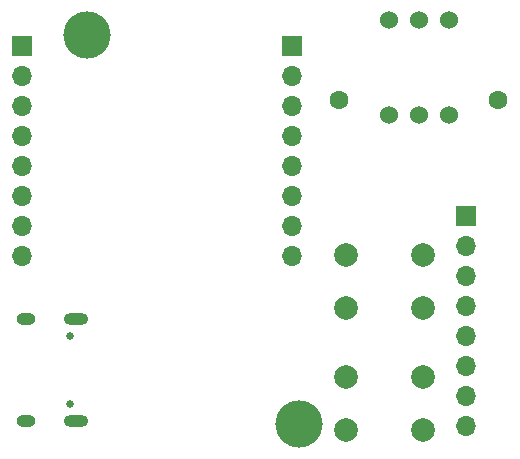
<source format=gbr>
%TF.GenerationSoftware,KiCad,Pcbnew,(6.0.2)*%
%TF.CreationDate,2023-02-15T15:55:09+01:00*%
%TF.ProjectId,usb,7573622e-6b69-4636-9164-5f7063625858,rev?*%
%TF.SameCoordinates,Original*%
%TF.FileFunction,Soldermask,Bot*%
%TF.FilePolarity,Negative*%
%FSLAX46Y46*%
G04 Gerber Fmt 4.6, Leading zero omitted, Abs format (unit mm)*
G04 Created by KiCad (PCBNEW (6.0.2)) date 2023-02-15 15:55:09*
%MOMM*%
%LPD*%
G01*
G04 APERTURE LIST*
%ADD10C,1.524000*%
%ADD11C,1.600000*%
%ADD12C,4.000000*%
%ADD13R,1.700000X1.700000*%
%ADD14O,1.700000X1.700000*%
%ADD15C,0.650000*%
%ADD16O,2.100000X1.000000*%
%ADD17O,1.600000X1.000000*%
%ADD18C,2.000000*%
G04 APERTURE END LIST*
D10*
%TO.C,J4*%
X84580000Y-107780000D03*
X87120000Y-115800000D03*
X87120000Y-107780000D03*
X84580000Y-115800000D03*
X89680000Y-115800000D03*
X89660000Y-107780000D03*
D11*
X80370000Y-114530000D03*
X93870000Y-114530000D03*
%TD*%
D12*
%TO.C,REF\u002A\u002A*%
X59000000Y-109000000D03*
%TD*%
%TO.C,REF\u002A\u002A*%
X77000000Y-142000000D03*
%TD*%
D13*
%TO.C,J5*%
X91130000Y-124380000D03*
D14*
X91130000Y-126920000D03*
X91130000Y-129460000D03*
X91130000Y-132000000D03*
X91130000Y-134540000D03*
X91130000Y-137080000D03*
X91130000Y-139620000D03*
X91130000Y-142160000D03*
%TD*%
D15*
%TO.C,J3*%
X57555000Y-134530000D03*
X57555000Y-140310000D03*
D16*
X58085000Y-141740000D03*
X58085000Y-133100000D03*
D17*
X53905000Y-133100000D03*
X53905000Y-141740000D03*
%TD*%
D13*
%TO.C,J1*%
X53570000Y-110000000D03*
D14*
X53570000Y-112540000D03*
X53570000Y-115080000D03*
X53570000Y-117620000D03*
X53570000Y-120160000D03*
X53570000Y-122700000D03*
X53570000Y-125240000D03*
X53570000Y-127780000D03*
%TD*%
D18*
%TO.C,SW1*%
X81000000Y-132120000D03*
X87500000Y-132120000D03*
X87500000Y-127620000D03*
X81000000Y-127620000D03*
%TD*%
D13*
%TO.C,J2*%
X76430000Y-110000000D03*
D14*
X76430000Y-112540000D03*
X76430000Y-115080000D03*
X76430000Y-117620000D03*
X76430000Y-120160000D03*
X76430000Y-122700000D03*
X76430000Y-125240000D03*
X76430000Y-127780000D03*
%TD*%
D18*
%TO.C,SW2*%
X81000000Y-137970000D03*
X87500000Y-137970000D03*
X81000000Y-142470000D03*
X87500000Y-142470000D03*
%TD*%
M02*

</source>
